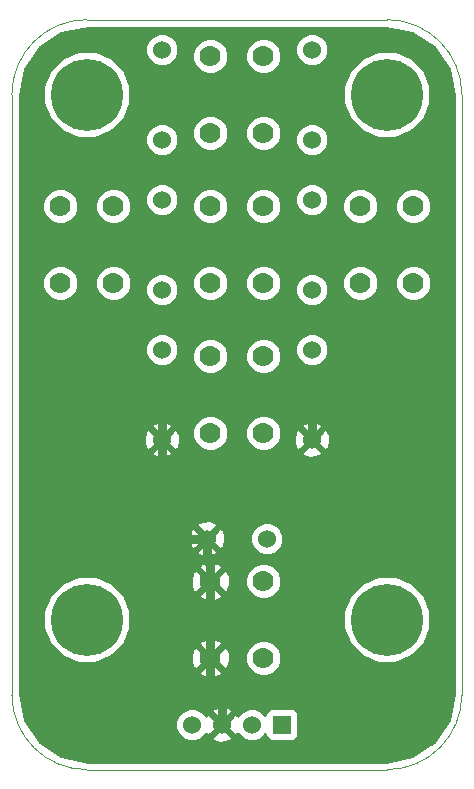
<source format=gbl>
%FSLAX34Y34*%
G04 Gerber Fmt 3.4, Leading zero omitted, Abs format*
G04 (created by PCBNEW (2013-jul-14)-product) date Saturday 22 February 2014 12:24:09 PM IST*
%MOIN*%
G01*
G70*
G90*
G04 APERTURE LIST*
%ADD10C,0.005906*%
%ADD11C,0.003937*%
%ADD12C,0.070000*%
%ADD13C,0.060000*%
%ADD14R,0.060000X0.060000*%
%ADD15C,0.240000*%
%ADD16C,0.030000*%
%ADD17C,0.010000*%
G04 APERTURE END LIST*
G54D10*
G54D11*
X85000Y-47500D02*
G75*
G03X87500Y-45000I0J2500D01*
G74*
G01*
X72500Y-45000D02*
G75*
G03X75000Y-47500I2500J0D01*
G74*
G01*
X87500Y-25000D02*
G75*
G03X85000Y-22500I-2500J0D01*
G74*
G01*
X75000Y-22500D02*
G75*
G03X72500Y-25000I0J-2500D01*
G74*
G01*
X80000Y-47500D02*
X85000Y-47500D01*
X80000Y-47500D02*
X75000Y-47500D01*
X72500Y-45000D02*
X72500Y-25000D01*
X87500Y-25000D02*
X87500Y-45000D01*
X80000Y-22500D02*
X85000Y-22500D01*
X80000Y-22500D02*
X75000Y-22500D01*
G54D12*
X79114Y-23720D03*
X80885Y-26279D03*
X80885Y-23720D03*
X79114Y-26279D03*
X80885Y-36279D03*
X79114Y-33720D03*
X79114Y-36279D03*
X80885Y-33720D03*
X79114Y-28720D03*
X80885Y-31279D03*
X80885Y-28720D03*
X79114Y-31279D03*
X75885Y-31279D03*
X74114Y-28720D03*
X74114Y-31279D03*
X75885Y-28720D03*
X84114Y-28720D03*
X85885Y-31279D03*
X85885Y-28720D03*
X84114Y-31279D03*
X79114Y-41220D03*
X80885Y-43779D03*
X80885Y-41220D03*
X79114Y-43779D03*
G54D13*
X82500Y-36500D03*
X82500Y-33500D03*
X82500Y-28500D03*
X82500Y-31500D03*
X77500Y-31500D03*
X77500Y-28500D03*
X77500Y-26500D03*
X77500Y-23500D03*
X82500Y-23500D03*
X82500Y-26500D03*
X77500Y-36500D03*
X77500Y-33500D03*
G54D14*
X81500Y-46000D03*
G54D13*
X80500Y-46000D03*
X79500Y-46000D03*
X78500Y-46000D03*
X81000Y-39800D03*
X79000Y-39800D03*
G54D15*
X75000Y-25000D03*
X85000Y-25000D03*
X85000Y-42500D03*
X75000Y-42500D03*
G54D16*
X79000Y-39800D02*
X78100Y-39800D01*
X77500Y-39200D02*
X77500Y-36500D01*
X78100Y-39800D02*
X77500Y-39200D01*
X79114Y-41220D02*
X79114Y-40664D01*
X79000Y-40550D02*
X79000Y-39800D01*
X79114Y-40664D02*
X79000Y-40550D01*
X79114Y-43779D02*
X79114Y-41220D01*
X82500Y-36500D02*
X82500Y-35900D01*
X82500Y-35900D02*
X81950Y-35350D01*
X81950Y-35350D02*
X77950Y-35350D01*
X77950Y-35350D02*
X77500Y-35800D01*
X77500Y-35800D02*
X77500Y-36500D01*
X79500Y-46000D02*
X79500Y-44900D01*
X79114Y-44514D02*
X79114Y-43779D01*
X79500Y-44900D02*
X79114Y-44514D01*
G54D10*
G36*
X87230Y-44973D02*
X87055Y-45851D01*
X86573Y-46573D01*
X86485Y-46631D01*
X86485Y-31160D01*
X86485Y-28601D01*
X86450Y-28515D01*
X86450Y-24712D01*
X86229Y-24179D01*
X85822Y-23771D01*
X85289Y-23550D01*
X84712Y-23549D01*
X84179Y-23770D01*
X83771Y-24177D01*
X83550Y-24710D01*
X83549Y-25287D01*
X83770Y-25820D01*
X84177Y-26228D01*
X84710Y-26449D01*
X85287Y-26450D01*
X85820Y-26229D01*
X86228Y-25822D01*
X86449Y-25289D01*
X86450Y-24712D01*
X86450Y-28515D01*
X86394Y-28381D01*
X86226Y-28212D01*
X86005Y-28120D01*
X85767Y-28120D01*
X85546Y-28211D01*
X85377Y-28380D01*
X85285Y-28600D01*
X85285Y-28839D01*
X85376Y-29059D01*
X85545Y-29228D01*
X85765Y-29320D01*
X86004Y-29320D01*
X86225Y-29229D01*
X86394Y-29060D01*
X86485Y-28840D01*
X86485Y-28601D01*
X86485Y-31160D01*
X86394Y-30940D01*
X86226Y-30771D01*
X86005Y-30679D01*
X85767Y-30679D01*
X85546Y-30770D01*
X85377Y-30939D01*
X85285Y-31159D01*
X85285Y-31398D01*
X85376Y-31618D01*
X85545Y-31787D01*
X85765Y-31879D01*
X86004Y-31879D01*
X86225Y-31788D01*
X86394Y-31619D01*
X86485Y-31399D01*
X86485Y-31160D01*
X86485Y-46631D01*
X86450Y-46655D01*
X86450Y-42212D01*
X86229Y-41679D01*
X85822Y-41271D01*
X85289Y-41050D01*
X84714Y-41049D01*
X84714Y-31160D01*
X84714Y-28601D01*
X84623Y-28381D01*
X84454Y-28212D01*
X84234Y-28120D01*
X83995Y-28120D01*
X83774Y-28211D01*
X83605Y-28380D01*
X83514Y-28600D01*
X83514Y-28839D01*
X83605Y-29059D01*
X83773Y-29228D01*
X83994Y-29320D01*
X84232Y-29320D01*
X84453Y-29229D01*
X84622Y-29060D01*
X84714Y-28840D01*
X84714Y-28601D01*
X84714Y-31160D01*
X84623Y-30940D01*
X84454Y-30771D01*
X84234Y-30679D01*
X83995Y-30679D01*
X83774Y-30770D01*
X83605Y-30939D01*
X83514Y-31159D01*
X83514Y-31398D01*
X83605Y-31618D01*
X83773Y-31787D01*
X83994Y-31879D01*
X84232Y-31879D01*
X84453Y-31788D01*
X84622Y-31619D01*
X84714Y-31399D01*
X84714Y-31160D01*
X84714Y-41049D01*
X84712Y-41049D01*
X84179Y-41270D01*
X83771Y-41677D01*
X83550Y-42210D01*
X83549Y-42787D01*
X83770Y-43320D01*
X84177Y-43728D01*
X84710Y-43949D01*
X85287Y-43950D01*
X85820Y-43729D01*
X86228Y-43322D01*
X86449Y-42789D01*
X86450Y-42212D01*
X86450Y-46655D01*
X85851Y-47055D01*
X84973Y-47230D01*
X83105Y-47230D01*
X83105Y-36588D01*
X83093Y-36350D01*
X83050Y-36246D01*
X83050Y-33391D01*
X83050Y-31391D01*
X83050Y-28391D01*
X83050Y-26391D01*
X83050Y-23391D01*
X82966Y-23188D01*
X82811Y-23034D01*
X82609Y-22950D01*
X82391Y-22949D01*
X82188Y-23033D01*
X82034Y-23188D01*
X81950Y-23390D01*
X81949Y-23608D01*
X82033Y-23811D01*
X82188Y-23965D01*
X82390Y-24049D01*
X82608Y-24050D01*
X82811Y-23966D01*
X82965Y-23811D01*
X83049Y-23609D01*
X83050Y-23391D01*
X83050Y-26391D01*
X82966Y-26188D01*
X82811Y-26034D01*
X82609Y-25950D01*
X82391Y-25949D01*
X82188Y-26033D01*
X82034Y-26188D01*
X81950Y-26390D01*
X81949Y-26608D01*
X82033Y-26811D01*
X82188Y-26965D01*
X82390Y-27049D01*
X82608Y-27050D01*
X82811Y-26966D01*
X82965Y-26811D01*
X83049Y-26609D01*
X83050Y-26391D01*
X83050Y-28391D01*
X82966Y-28188D01*
X82811Y-28034D01*
X82609Y-27950D01*
X82391Y-27949D01*
X82188Y-28033D01*
X82034Y-28188D01*
X81950Y-28390D01*
X81949Y-28608D01*
X82033Y-28811D01*
X82188Y-28965D01*
X82390Y-29049D01*
X82608Y-29050D01*
X82811Y-28966D01*
X82965Y-28811D01*
X83049Y-28609D01*
X83050Y-28391D01*
X83050Y-31391D01*
X82966Y-31188D01*
X82811Y-31034D01*
X82609Y-30950D01*
X82391Y-30949D01*
X82188Y-31033D01*
X82034Y-31188D01*
X81950Y-31390D01*
X81949Y-31608D01*
X82033Y-31811D01*
X82188Y-31965D01*
X82390Y-32049D01*
X82608Y-32050D01*
X82811Y-31966D01*
X82965Y-31811D01*
X83049Y-31609D01*
X83050Y-31391D01*
X83050Y-33391D01*
X82966Y-33188D01*
X82811Y-33034D01*
X82609Y-32950D01*
X82391Y-32949D01*
X82188Y-33033D01*
X82034Y-33188D01*
X81950Y-33390D01*
X81949Y-33608D01*
X82033Y-33811D01*
X82188Y-33965D01*
X82390Y-34049D01*
X82608Y-34050D01*
X82811Y-33966D01*
X82965Y-33811D01*
X83049Y-33609D01*
X83050Y-33391D01*
X83050Y-36246D01*
X83025Y-36186D01*
X82916Y-36161D01*
X82838Y-36239D01*
X82838Y-36083D01*
X82813Y-35974D01*
X82588Y-35894D01*
X82350Y-35906D01*
X82186Y-35974D01*
X82161Y-36083D01*
X82500Y-36422D01*
X82838Y-36083D01*
X82838Y-36239D01*
X82577Y-36500D01*
X82916Y-36838D01*
X83025Y-36813D01*
X83105Y-36588D01*
X83105Y-47230D01*
X82838Y-47230D01*
X82838Y-36916D01*
X82500Y-36577D01*
X82422Y-36655D01*
X82422Y-36500D01*
X82083Y-36161D01*
X81974Y-36186D01*
X81894Y-36411D01*
X81906Y-36649D01*
X81974Y-36813D01*
X82083Y-36838D01*
X82422Y-36500D01*
X82422Y-36655D01*
X82161Y-36916D01*
X82186Y-37025D01*
X82411Y-37105D01*
X82649Y-37093D01*
X82813Y-37025D01*
X82838Y-36916D01*
X82838Y-47230D01*
X82050Y-47230D01*
X82050Y-46349D01*
X82050Y-46250D01*
X82050Y-45650D01*
X82011Y-45558D01*
X81941Y-45488D01*
X81849Y-45450D01*
X81750Y-45450D01*
X81550Y-45450D01*
X81550Y-39691D01*
X81485Y-39535D01*
X81485Y-36160D01*
X81485Y-33601D01*
X81485Y-31160D01*
X81485Y-28601D01*
X81485Y-26160D01*
X81485Y-23601D01*
X81394Y-23381D01*
X81226Y-23212D01*
X81005Y-23120D01*
X80767Y-23120D01*
X80546Y-23211D01*
X80377Y-23380D01*
X80285Y-23600D01*
X80285Y-23839D01*
X80376Y-24059D01*
X80545Y-24228D01*
X80765Y-24320D01*
X81004Y-24320D01*
X81225Y-24229D01*
X81394Y-24060D01*
X81485Y-23840D01*
X81485Y-23601D01*
X81485Y-26160D01*
X81394Y-25940D01*
X81226Y-25771D01*
X81005Y-25679D01*
X80767Y-25679D01*
X80546Y-25770D01*
X80377Y-25939D01*
X80285Y-26159D01*
X80285Y-26398D01*
X80376Y-26618D01*
X80545Y-26787D01*
X80765Y-26879D01*
X81004Y-26879D01*
X81225Y-26788D01*
X81394Y-26619D01*
X81485Y-26399D01*
X81485Y-26160D01*
X81485Y-28601D01*
X81394Y-28381D01*
X81226Y-28212D01*
X81005Y-28120D01*
X80767Y-28120D01*
X80546Y-28211D01*
X80377Y-28380D01*
X80285Y-28600D01*
X80285Y-28839D01*
X80376Y-29059D01*
X80545Y-29228D01*
X80765Y-29320D01*
X81004Y-29320D01*
X81225Y-29229D01*
X81394Y-29060D01*
X81485Y-28840D01*
X81485Y-28601D01*
X81485Y-31160D01*
X81394Y-30940D01*
X81226Y-30771D01*
X81005Y-30679D01*
X80767Y-30679D01*
X80546Y-30770D01*
X80377Y-30939D01*
X80285Y-31159D01*
X80285Y-31398D01*
X80376Y-31618D01*
X80545Y-31787D01*
X80765Y-31879D01*
X81004Y-31879D01*
X81225Y-31788D01*
X81394Y-31619D01*
X81485Y-31399D01*
X81485Y-31160D01*
X81485Y-33601D01*
X81394Y-33381D01*
X81226Y-33212D01*
X81005Y-33120D01*
X80767Y-33120D01*
X80546Y-33211D01*
X80377Y-33380D01*
X80285Y-33600D01*
X80285Y-33839D01*
X80376Y-34059D01*
X80545Y-34228D01*
X80765Y-34320D01*
X81004Y-34320D01*
X81225Y-34229D01*
X81394Y-34060D01*
X81485Y-33840D01*
X81485Y-33601D01*
X81485Y-36160D01*
X81394Y-35940D01*
X81226Y-35771D01*
X81005Y-35679D01*
X80767Y-35679D01*
X80546Y-35770D01*
X80377Y-35939D01*
X80285Y-36159D01*
X80285Y-36398D01*
X80376Y-36618D01*
X80545Y-36787D01*
X80765Y-36879D01*
X81004Y-36879D01*
X81225Y-36788D01*
X81394Y-36619D01*
X81485Y-36399D01*
X81485Y-36160D01*
X81485Y-39535D01*
X81466Y-39488D01*
X81311Y-39334D01*
X81109Y-39250D01*
X80891Y-39249D01*
X80688Y-39333D01*
X80534Y-39488D01*
X80450Y-39690D01*
X80449Y-39908D01*
X80533Y-40111D01*
X80688Y-40265D01*
X80890Y-40349D01*
X81108Y-40350D01*
X81311Y-40266D01*
X81465Y-40111D01*
X81549Y-39909D01*
X81550Y-39691D01*
X81550Y-45450D01*
X81485Y-45450D01*
X81485Y-43660D01*
X81485Y-41101D01*
X81394Y-40881D01*
X81226Y-40712D01*
X81005Y-40620D01*
X80767Y-40620D01*
X80546Y-40711D01*
X80377Y-40880D01*
X80285Y-41100D01*
X80285Y-41339D01*
X80376Y-41559D01*
X80545Y-41728D01*
X80765Y-41820D01*
X81004Y-41820D01*
X81225Y-41729D01*
X81394Y-41560D01*
X81485Y-41340D01*
X81485Y-41101D01*
X81485Y-43660D01*
X81394Y-43440D01*
X81226Y-43271D01*
X81005Y-43179D01*
X80767Y-43179D01*
X80546Y-43270D01*
X80377Y-43439D01*
X80285Y-43659D01*
X80285Y-43898D01*
X80376Y-44118D01*
X80545Y-44287D01*
X80765Y-44379D01*
X81004Y-44379D01*
X81225Y-44288D01*
X81394Y-44119D01*
X81485Y-43899D01*
X81485Y-43660D01*
X81485Y-45450D01*
X81150Y-45450D01*
X81058Y-45488D01*
X80988Y-45558D01*
X80950Y-45650D01*
X80950Y-45672D01*
X80811Y-45534D01*
X80609Y-45450D01*
X80391Y-45449D01*
X80188Y-45533D01*
X80034Y-45688D01*
X80029Y-45697D01*
X80025Y-45686D01*
X79916Y-45661D01*
X79838Y-45739D01*
X79838Y-45583D01*
X79813Y-45474D01*
X79769Y-45458D01*
X79769Y-43880D01*
X79769Y-41321D01*
X79757Y-41062D01*
X79714Y-40957D01*
X79714Y-36160D01*
X79714Y-33601D01*
X79714Y-31160D01*
X79714Y-28601D01*
X79714Y-26160D01*
X79714Y-23601D01*
X79623Y-23381D01*
X79454Y-23212D01*
X79234Y-23120D01*
X78995Y-23120D01*
X78774Y-23211D01*
X78605Y-23380D01*
X78514Y-23600D01*
X78514Y-23839D01*
X78605Y-24059D01*
X78773Y-24228D01*
X78994Y-24320D01*
X79232Y-24320D01*
X79453Y-24229D01*
X79622Y-24060D01*
X79714Y-23840D01*
X79714Y-23601D01*
X79714Y-26160D01*
X79623Y-25940D01*
X79454Y-25771D01*
X79234Y-25679D01*
X78995Y-25679D01*
X78774Y-25770D01*
X78605Y-25939D01*
X78514Y-26159D01*
X78514Y-26398D01*
X78605Y-26618D01*
X78773Y-26787D01*
X78994Y-26879D01*
X79232Y-26879D01*
X79453Y-26788D01*
X79622Y-26619D01*
X79714Y-26399D01*
X79714Y-26160D01*
X79714Y-28601D01*
X79623Y-28381D01*
X79454Y-28212D01*
X79234Y-28120D01*
X78995Y-28120D01*
X78774Y-28211D01*
X78605Y-28380D01*
X78514Y-28600D01*
X78514Y-28839D01*
X78605Y-29059D01*
X78773Y-29228D01*
X78994Y-29320D01*
X79232Y-29320D01*
X79453Y-29229D01*
X79622Y-29060D01*
X79714Y-28840D01*
X79714Y-28601D01*
X79714Y-31160D01*
X79623Y-30940D01*
X79454Y-30771D01*
X79234Y-30679D01*
X78995Y-30679D01*
X78774Y-30770D01*
X78605Y-30939D01*
X78514Y-31159D01*
X78514Y-31398D01*
X78605Y-31618D01*
X78773Y-31787D01*
X78994Y-31879D01*
X79232Y-31879D01*
X79453Y-31788D01*
X79622Y-31619D01*
X79714Y-31399D01*
X79714Y-31160D01*
X79714Y-33601D01*
X79623Y-33381D01*
X79454Y-33212D01*
X79234Y-33120D01*
X78995Y-33120D01*
X78774Y-33211D01*
X78605Y-33380D01*
X78514Y-33600D01*
X78514Y-33839D01*
X78605Y-34059D01*
X78773Y-34228D01*
X78994Y-34320D01*
X79232Y-34320D01*
X79453Y-34229D01*
X79622Y-34060D01*
X79714Y-33840D01*
X79714Y-33601D01*
X79714Y-36160D01*
X79623Y-35940D01*
X79454Y-35771D01*
X79234Y-35679D01*
X78995Y-35679D01*
X78774Y-35770D01*
X78605Y-35939D01*
X78514Y-36159D01*
X78514Y-36398D01*
X78605Y-36618D01*
X78773Y-36787D01*
X78994Y-36879D01*
X79232Y-36879D01*
X79453Y-36788D01*
X79622Y-36619D01*
X79714Y-36399D01*
X79714Y-36160D01*
X79714Y-40957D01*
X79680Y-40876D01*
X79605Y-40856D01*
X79605Y-39888D01*
X79593Y-39650D01*
X79525Y-39486D01*
X79416Y-39461D01*
X79338Y-39539D01*
X79338Y-39383D01*
X79313Y-39274D01*
X79088Y-39194D01*
X78850Y-39206D01*
X78686Y-39274D01*
X78661Y-39383D01*
X79000Y-39722D01*
X79338Y-39383D01*
X79338Y-39539D01*
X79077Y-39800D01*
X79416Y-40138D01*
X79525Y-40113D01*
X79605Y-39888D01*
X79605Y-40856D01*
X79566Y-40845D01*
X79489Y-40923D01*
X79489Y-40767D01*
X79457Y-40653D01*
X79338Y-40610D01*
X79338Y-40216D01*
X79000Y-39877D01*
X78922Y-39955D01*
X78922Y-39800D01*
X78583Y-39461D01*
X78474Y-39486D01*
X78394Y-39711D01*
X78406Y-39949D01*
X78474Y-40113D01*
X78583Y-40138D01*
X78922Y-39800D01*
X78922Y-39955D01*
X78661Y-40216D01*
X78686Y-40325D01*
X78911Y-40405D01*
X79149Y-40393D01*
X79313Y-40325D01*
X79338Y-40216D01*
X79338Y-40610D01*
X79214Y-40565D01*
X78956Y-40576D01*
X78770Y-40653D01*
X78739Y-40767D01*
X79114Y-41142D01*
X79489Y-40767D01*
X79489Y-40923D01*
X79191Y-41220D01*
X79566Y-41595D01*
X79680Y-41564D01*
X79769Y-41321D01*
X79769Y-43880D01*
X79757Y-43621D01*
X79680Y-43435D01*
X79566Y-43404D01*
X79489Y-43482D01*
X79489Y-43326D01*
X79489Y-41673D01*
X79114Y-41298D01*
X79036Y-41376D01*
X79036Y-41220D01*
X78661Y-40845D01*
X78547Y-40876D01*
X78459Y-41119D01*
X78470Y-41378D01*
X78547Y-41564D01*
X78661Y-41595D01*
X79036Y-41220D01*
X79036Y-41376D01*
X78739Y-41673D01*
X78770Y-41787D01*
X79013Y-41875D01*
X79271Y-41864D01*
X79457Y-41787D01*
X79489Y-41673D01*
X79489Y-43326D01*
X79457Y-43212D01*
X79214Y-43124D01*
X78956Y-43135D01*
X78770Y-43212D01*
X78739Y-43326D01*
X79114Y-43701D01*
X79489Y-43326D01*
X79489Y-43482D01*
X79191Y-43779D01*
X79566Y-44154D01*
X79680Y-44123D01*
X79769Y-43880D01*
X79769Y-45458D01*
X79588Y-45394D01*
X79489Y-45399D01*
X79489Y-44232D01*
X79114Y-43857D01*
X79036Y-43935D01*
X79036Y-43779D01*
X78661Y-43404D01*
X78547Y-43435D01*
X78459Y-43678D01*
X78470Y-43937D01*
X78547Y-44123D01*
X78661Y-44154D01*
X79036Y-43779D01*
X79036Y-43935D01*
X78739Y-44232D01*
X78770Y-44346D01*
X79013Y-44434D01*
X79271Y-44423D01*
X79457Y-44346D01*
X79489Y-44232D01*
X79489Y-45399D01*
X79350Y-45406D01*
X79186Y-45474D01*
X79161Y-45583D01*
X79500Y-45922D01*
X79838Y-45583D01*
X79838Y-45739D01*
X79577Y-46000D01*
X79916Y-46338D01*
X80025Y-46313D01*
X80029Y-46301D01*
X80033Y-46311D01*
X80188Y-46465D01*
X80390Y-46549D01*
X80608Y-46550D01*
X80811Y-46466D01*
X80950Y-46327D01*
X80950Y-46349D01*
X80988Y-46441D01*
X81058Y-46511D01*
X81150Y-46550D01*
X81249Y-46550D01*
X81849Y-46550D01*
X81941Y-46511D01*
X82011Y-46441D01*
X82050Y-46349D01*
X82050Y-47230D01*
X80000Y-47230D01*
X79838Y-47230D01*
X79838Y-46416D01*
X79500Y-46077D01*
X79422Y-46155D01*
X79422Y-46000D01*
X79083Y-45661D01*
X78974Y-45686D01*
X78970Y-45698D01*
X78966Y-45688D01*
X78811Y-45534D01*
X78609Y-45450D01*
X78391Y-45449D01*
X78188Y-45533D01*
X78105Y-45616D01*
X78105Y-36588D01*
X78093Y-36350D01*
X78050Y-36246D01*
X78050Y-33391D01*
X78050Y-31391D01*
X78050Y-28391D01*
X78050Y-26391D01*
X78050Y-23391D01*
X77966Y-23188D01*
X77811Y-23034D01*
X77609Y-22950D01*
X77391Y-22949D01*
X77188Y-23033D01*
X77034Y-23188D01*
X76950Y-23390D01*
X76949Y-23608D01*
X77033Y-23811D01*
X77188Y-23965D01*
X77390Y-24049D01*
X77608Y-24050D01*
X77811Y-23966D01*
X77965Y-23811D01*
X78049Y-23609D01*
X78050Y-23391D01*
X78050Y-26391D01*
X77966Y-26188D01*
X77811Y-26034D01*
X77609Y-25950D01*
X77391Y-25949D01*
X77188Y-26033D01*
X77034Y-26188D01*
X76950Y-26390D01*
X76949Y-26608D01*
X77033Y-26811D01*
X77188Y-26965D01*
X77390Y-27049D01*
X77608Y-27050D01*
X77811Y-26966D01*
X77965Y-26811D01*
X78049Y-26609D01*
X78050Y-26391D01*
X78050Y-28391D01*
X77966Y-28188D01*
X77811Y-28034D01*
X77609Y-27950D01*
X77391Y-27949D01*
X77188Y-28033D01*
X77034Y-28188D01*
X76950Y-28390D01*
X76949Y-28608D01*
X77033Y-28811D01*
X77188Y-28965D01*
X77390Y-29049D01*
X77608Y-29050D01*
X77811Y-28966D01*
X77965Y-28811D01*
X78049Y-28609D01*
X78050Y-28391D01*
X78050Y-31391D01*
X77966Y-31188D01*
X77811Y-31034D01*
X77609Y-30950D01*
X77391Y-30949D01*
X77188Y-31033D01*
X77034Y-31188D01*
X76950Y-31390D01*
X76949Y-31608D01*
X77033Y-31811D01*
X77188Y-31965D01*
X77390Y-32049D01*
X77608Y-32050D01*
X77811Y-31966D01*
X77965Y-31811D01*
X78049Y-31609D01*
X78050Y-31391D01*
X78050Y-33391D01*
X77966Y-33188D01*
X77811Y-33034D01*
X77609Y-32950D01*
X77391Y-32949D01*
X77188Y-33033D01*
X77034Y-33188D01*
X76950Y-33390D01*
X76949Y-33608D01*
X77033Y-33811D01*
X77188Y-33965D01*
X77390Y-34049D01*
X77608Y-34050D01*
X77811Y-33966D01*
X77965Y-33811D01*
X78049Y-33609D01*
X78050Y-33391D01*
X78050Y-36246D01*
X78025Y-36186D01*
X77916Y-36161D01*
X77838Y-36239D01*
X77838Y-36083D01*
X77813Y-35974D01*
X77588Y-35894D01*
X77350Y-35906D01*
X77186Y-35974D01*
X77161Y-36083D01*
X77500Y-36422D01*
X77838Y-36083D01*
X77838Y-36239D01*
X77577Y-36500D01*
X77916Y-36838D01*
X78025Y-36813D01*
X78105Y-36588D01*
X78105Y-45616D01*
X78034Y-45688D01*
X77950Y-45890D01*
X77949Y-46108D01*
X78033Y-46311D01*
X78188Y-46465D01*
X78390Y-46549D01*
X78608Y-46550D01*
X78811Y-46466D01*
X78965Y-46311D01*
X78970Y-46302D01*
X78974Y-46313D01*
X79083Y-46338D01*
X79422Y-46000D01*
X79422Y-46155D01*
X79161Y-46416D01*
X79186Y-46525D01*
X79411Y-46605D01*
X79649Y-46593D01*
X79813Y-46525D01*
X79838Y-46416D01*
X79838Y-47230D01*
X77838Y-47230D01*
X77838Y-36916D01*
X77500Y-36577D01*
X77422Y-36655D01*
X77422Y-36500D01*
X77083Y-36161D01*
X76974Y-36186D01*
X76894Y-36411D01*
X76906Y-36649D01*
X76974Y-36813D01*
X77083Y-36838D01*
X77422Y-36500D01*
X77422Y-36655D01*
X77161Y-36916D01*
X77186Y-37025D01*
X77411Y-37105D01*
X77649Y-37093D01*
X77813Y-37025D01*
X77838Y-36916D01*
X77838Y-47230D01*
X76485Y-47230D01*
X76485Y-31160D01*
X76485Y-28601D01*
X76450Y-28515D01*
X76450Y-24712D01*
X76229Y-24179D01*
X75822Y-23771D01*
X75289Y-23550D01*
X74712Y-23549D01*
X74179Y-23770D01*
X73771Y-24177D01*
X73550Y-24710D01*
X73549Y-25287D01*
X73770Y-25820D01*
X74177Y-26228D01*
X74710Y-26449D01*
X75287Y-26450D01*
X75820Y-26229D01*
X76228Y-25822D01*
X76449Y-25289D01*
X76450Y-24712D01*
X76450Y-28515D01*
X76394Y-28381D01*
X76226Y-28212D01*
X76005Y-28120D01*
X75767Y-28120D01*
X75546Y-28211D01*
X75377Y-28380D01*
X75285Y-28600D01*
X75285Y-28839D01*
X75376Y-29059D01*
X75545Y-29228D01*
X75765Y-29320D01*
X76004Y-29320D01*
X76225Y-29229D01*
X76394Y-29060D01*
X76485Y-28840D01*
X76485Y-28601D01*
X76485Y-31160D01*
X76394Y-30940D01*
X76226Y-30771D01*
X76005Y-30679D01*
X75767Y-30679D01*
X75546Y-30770D01*
X75377Y-30939D01*
X75285Y-31159D01*
X75285Y-31398D01*
X75376Y-31618D01*
X75545Y-31787D01*
X75765Y-31879D01*
X76004Y-31879D01*
X76225Y-31788D01*
X76394Y-31619D01*
X76485Y-31399D01*
X76485Y-31160D01*
X76485Y-47230D01*
X76450Y-47230D01*
X76450Y-42212D01*
X76229Y-41679D01*
X75822Y-41271D01*
X75289Y-41050D01*
X74714Y-41049D01*
X74714Y-31160D01*
X74714Y-28601D01*
X74623Y-28381D01*
X74454Y-28212D01*
X74234Y-28120D01*
X73995Y-28120D01*
X73774Y-28211D01*
X73605Y-28380D01*
X73514Y-28600D01*
X73514Y-28839D01*
X73605Y-29059D01*
X73773Y-29228D01*
X73994Y-29320D01*
X74232Y-29320D01*
X74453Y-29229D01*
X74622Y-29060D01*
X74714Y-28840D01*
X74714Y-28601D01*
X74714Y-31160D01*
X74623Y-30940D01*
X74454Y-30771D01*
X74234Y-30679D01*
X73995Y-30679D01*
X73774Y-30770D01*
X73605Y-30939D01*
X73514Y-31159D01*
X73514Y-31398D01*
X73605Y-31618D01*
X73773Y-31787D01*
X73994Y-31879D01*
X74232Y-31879D01*
X74453Y-31788D01*
X74622Y-31619D01*
X74714Y-31399D01*
X74714Y-31160D01*
X74714Y-41049D01*
X74712Y-41049D01*
X74179Y-41270D01*
X73771Y-41677D01*
X73550Y-42210D01*
X73549Y-42787D01*
X73770Y-43320D01*
X74177Y-43728D01*
X74710Y-43949D01*
X75287Y-43950D01*
X75820Y-43729D01*
X76228Y-43322D01*
X76449Y-42789D01*
X76450Y-42212D01*
X76450Y-47230D01*
X75026Y-47230D01*
X74148Y-47055D01*
X73426Y-46573D01*
X72944Y-45851D01*
X72769Y-44973D01*
X72769Y-25026D01*
X72944Y-24148D01*
X73426Y-23426D01*
X74148Y-22944D01*
X75026Y-22769D01*
X80000Y-22769D01*
X84973Y-22769D01*
X85851Y-22944D01*
X86573Y-23426D01*
X87055Y-24148D01*
X87230Y-25026D01*
X87230Y-44973D01*
X87230Y-44973D01*
G37*
G54D17*
X87230Y-44973D02*
X87055Y-45851D01*
X86573Y-46573D01*
X86485Y-46631D01*
X86485Y-31160D01*
X86485Y-28601D01*
X86450Y-28515D01*
X86450Y-24712D01*
X86229Y-24179D01*
X85822Y-23771D01*
X85289Y-23550D01*
X84712Y-23549D01*
X84179Y-23770D01*
X83771Y-24177D01*
X83550Y-24710D01*
X83549Y-25287D01*
X83770Y-25820D01*
X84177Y-26228D01*
X84710Y-26449D01*
X85287Y-26450D01*
X85820Y-26229D01*
X86228Y-25822D01*
X86449Y-25289D01*
X86450Y-24712D01*
X86450Y-28515D01*
X86394Y-28381D01*
X86226Y-28212D01*
X86005Y-28120D01*
X85767Y-28120D01*
X85546Y-28211D01*
X85377Y-28380D01*
X85285Y-28600D01*
X85285Y-28839D01*
X85376Y-29059D01*
X85545Y-29228D01*
X85765Y-29320D01*
X86004Y-29320D01*
X86225Y-29229D01*
X86394Y-29060D01*
X86485Y-28840D01*
X86485Y-28601D01*
X86485Y-31160D01*
X86394Y-30940D01*
X86226Y-30771D01*
X86005Y-30679D01*
X85767Y-30679D01*
X85546Y-30770D01*
X85377Y-30939D01*
X85285Y-31159D01*
X85285Y-31398D01*
X85376Y-31618D01*
X85545Y-31787D01*
X85765Y-31879D01*
X86004Y-31879D01*
X86225Y-31788D01*
X86394Y-31619D01*
X86485Y-31399D01*
X86485Y-31160D01*
X86485Y-46631D01*
X86450Y-46655D01*
X86450Y-42212D01*
X86229Y-41679D01*
X85822Y-41271D01*
X85289Y-41050D01*
X84714Y-41049D01*
X84714Y-31160D01*
X84714Y-28601D01*
X84623Y-28381D01*
X84454Y-28212D01*
X84234Y-28120D01*
X83995Y-28120D01*
X83774Y-28211D01*
X83605Y-28380D01*
X83514Y-28600D01*
X83514Y-28839D01*
X83605Y-29059D01*
X83773Y-29228D01*
X83994Y-29320D01*
X84232Y-29320D01*
X84453Y-29229D01*
X84622Y-29060D01*
X84714Y-28840D01*
X84714Y-28601D01*
X84714Y-31160D01*
X84623Y-30940D01*
X84454Y-30771D01*
X84234Y-30679D01*
X83995Y-30679D01*
X83774Y-30770D01*
X83605Y-30939D01*
X83514Y-31159D01*
X83514Y-31398D01*
X83605Y-31618D01*
X83773Y-31787D01*
X83994Y-31879D01*
X84232Y-31879D01*
X84453Y-31788D01*
X84622Y-31619D01*
X84714Y-31399D01*
X84714Y-31160D01*
X84714Y-41049D01*
X84712Y-41049D01*
X84179Y-41270D01*
X83771Y-41677D01*
X83550Y-42210D01*
X83549Y-42787D01*
X83770Y-43320D01*
X84177Y-43728D01*
X84710Y-43949D01*
X85287Y-43950D01*
X85820Y-43729D01*
X86228Y-43322D01*
X86449Y-42789D01*
X86450Y-42212D01*
X86450Y-46655D01*
X85851Y-47055D01*
X84973Y-47230D01*
X83105Y-47230D01*
X83105Y-36588D01*
X83093Y-36350D01*
X83050Y-36246D01*
X83050Y-33391D01*
X83050Y-31391D01*
X83050Y-28391D01*
X83050Y-26391D01*
X83050Y-23391D01*
X82966Y-23188D01*
X82811Y-23034D01*
X82609Y-22950D01*
X82391Y-22949D01*
X82188Y-23033D01*
X82034Y-23188D01*
X81950Y-23390D01*
X81949Y-23608D01*
X82033Y-23811D01*
X82188Y-23965D01*
X82390Y-24049D01*
X82608Y-24050D01*
X82811Y-23966D01*
X82965Y-23811D01*
X83049Y-23609D01*
X83050Y-23391D01*
X83050Y-26391D01*
X82966Y-26188D01*
X82811Y-26034D01*
X82609Y-25950D01*
X82391Y-25949D01*
X82188Y-26033D01*
X82034Y-26188D01*
X81950Y-26390D01*
X81949Y-26608D01*
X82033Y-26811D01*
X82188Y-26965D01*
X82390Y-27049D01*
X82608Y-27050D01*
X82811Y-26966D01*
X82965Y-26811D01*
X83049Y-26609D01*
X83050Y-26391D01*
X83050Y-28391D01*
X82966Y-28188D01*
X82811Y-28034D01*
X82609Y-27950D01*
X82391Y-27949D01*
X82188Y-28033D01*
X82034Y-28188D01*
X81950Y-28390D01*
X81949Y-28608D01*
X82033Y-28811D01*
X82188Y-28965D01*
X82390Y-29049D01*
X82608Y-29050D01*
X82811Y-28966D01*
X82965Y-28811D01*
X83049Y-28609D01*
X83050Y-28391D01*
X83050Y-31391D01*
X82966Y-31188D01*
X82811Y-31034D01*
X82609Y-30950D01*
X82391Y-30949D01*
X82188Y-31033D01*
X82034Y-31188D01*
X81950Y-31390D01*
X81949Y-31608D01*
X82033Y-31811D01*
X82188Y-31965D01*
X82390Y-32049D01*
X82608Y-32050D01*
X82811Y-31966D01*
X82965Y-31811D01*
X83049Y-31609D01*
X83050Y-31391D01*
X83050Y-33391D01*
X82966Y-33188D01*
X82811Y-33034D01*
X82609Y-32950D01*
X82391Y-32949D01*
X82188Y-33033D01*
X82034Y-33188D01*
X81950Y-33390D01*
X81949Y-33608D01*
X82033Y-33811D01*
X82188Y-33965D01*
X82390Y-34049D01*
X82608Y-34050D01*
X82811Y-33966D01*
X82965Y-33811D01*
X83049Y-33609D01*
X83050Y-33391D01*
X83050Y-36246D01*
X83025Y-36186D01*
X82916Y-36161D01*
X82838Y-36239D01*
X82838Y-36083D01*
X82813Y-35974D01*
X82588Y-35894D01*
X82350Y-35906D01*
X82186Y-35974D01*
X82161Y-36083D01*
X82500Y-36422D01*
X82838Y-36083D01*
X82838Y-36239D01*
X82577Y-36500D01*
X82916Y-36838D01*
X83025Y-36813D01*
X83105Y-36588D01*
X83105Y-47230D01*
X82838Y-47230D01*
X82838Y-36916D01*
X82500Y-36577D01*
X82422Y-36655D01*
X82422Y-36500D01*
X82083Y-36161D01*
X81974Y-36186D01*
X81894Y-36411D01*
X81906Y-36649D01*
X81974Y-36813D01*
X82083Y-36838D01*
X82422Y-36500D01*
X82422Y-36655D01*
X82161Y-36916D01*
X82186Y-37025D01*
X82411Y-37105D01*
X82649Y-37093D01*
X82813Y-37025D01*
X82838Y-36916D01*
X82838Y-47230D01*
X82050Y-47230D01*
X82050Y-46349D01*
X82050Y-46250D01*
X82050Y-45650D01*
X82011Y-45558D01*
X81941Y-45488D01*
X81849Y-45450D01*
X81750Y-45450D01*
X81550Y-45450D01*
X81550Y-39691D01*
X81485Y-39535D01*
X81485Y-36160D01*
X81485Y-33601D01*
X81485Y-31160D01*
X81485Y-28601D01*
X81485Y-26160D01*
X81485Y-23601D01*
X81394Y-23381D01*
X81226Y-23212D01*
X81005Y-23120D01*
X80767Y-23120D01*
X80546Y-23211D01*
X80377Y-23380D01*
X80285Y-23600D01*
X80285Y-23839D01*
X80376Y-24059D01*
X80545Y-24228D01*
X80765Y-24320D01*
X81004Y-24320D01*
X81225Y-24229D01*
X81394Y-24060D01*
X81485Y-23840D01*
X81485Y-23601D01*
X81485Y-26160D01*
X81394Y-25940D01*
X81226Y-25771D01*
X81005Y-25679D01*
X80767Y-25679D01*
X80546Y-25770D01*
X80377Y-25939D01*
X80285Y-26159D01*
X80285Y-26398D01*
X80376Y-26618D01*
X80545Y-26787D01*
X80765Y-26879D01*
X81004Y-26879D01*
X81225Y-26788D01*
X81394Y-26619D01*
X81485Y-26399D01*
X81485Y-26160D01*
X81485Y-28601D01*
X81394Y-28381D01*
X81226Y-28212D01*
X81005Y-28120D01*
X80767Y-28120D01*
X80546Y-28211D01*
X80377Y-28380D01*
X80285Y-28600D01*
X80285Y-28839D01*
X80376Y-29059D01*
X80545Y-29228D01*
X80765Y-29320D01*
X81004Y-29320D01*
X81225Y-29229D01*
X81394Y-29060D01*
X81485Y-28840D01*
X81485Y-28601D01*
X81485Y-31160D01*
X81394Y-30940D01*
X81226Y-30771D01*
X81005Y-30679D01*
X80767Y-30679D01*
X80546Y-30770D01*
X80377Y-30939D01*
X80285Y-31159D01*
X80285Y-31398D01*
X80376Y-31618D01*
X80545Y-31787D01*
X80765Y-31879D01*
X81004Y-31879D01*
X81225Y-31788D01*
X81394Y-31619D01*
X81485Y-31399D01*
X81485Y-31160D01*
X81485Y-33601D01*
X81394Y-33381D01*
X81226Y-33212D01*
X81005Y-33120D01*
X80767Y-33120D01*
X80546Y-33211D01*
X80377Y-33380D01*
X80285Y-33600D01*
X80285Y-33839D01*
X80376Y-34059D01*
X80545Y-34228D01*
X80765Y-34320D01*
X81004Y-34320D01*
X81225Y-34229D01*
X81394Y-34060D01*
X81485Y-33840D01*
X81485Y-33601D01*
X81485Y-36160D01*
X81394Y-35940D01*
X81226Y-35771D01*
X81005Y-35679D01*
X80767Y-35679D01*
X80546Y-35770D01*
X80377Y-35939D01*
X80285Y-36159D01*
X80285Y-36398D01*
X80376Y-36618D01*
X80545Y-36787D01*
X80765Y-36879D01*
X81004Y-36879D01*
X81225Y-36788D01*
X81394Y-36619D01*
X81485Y-36399D01*
X81485Y-36160D01*
X81485Y-39535D01*
X81466Y-39488D01*
X81311Y-39334D01*
X81109Y-39250D01*
X80891Y-39249D01*
X80688Y-39333D01*
X80534Y-39488D01*
X80450Y-39690D01*
X80449Y-39908D01*
X80533Y-40111D01*
X80688Y-40265D01*
X80890Y-40349D01*
X81108Y-40350D01*
X81311Y-40266D01*
X81465Y-40111D01*
X81549Y-39909D01*
X81550Y-39691D01*
X81550Y-45450D01*
X81485Y-45450D01*
X81485Y-43660D01*
X81485Y-41101D01*
X81394Y-40881D01*
X81226Y-40712D01*
X81005Y-40620D01*
X80767Y-40620D01*
X80546Y-40711D01*
X80377Y-40880D01*
X80285Y-41100D01*
X80285Y-41339D01*
X80376Y-41559D01*
X80545Y-41728D01*
X80765Y-41820D01*
X81004Y-41820D01*
X81225Y-41729D01*
X81394Y-41560D01*
X81485Y-41340D01*
X81485Y-41101D01*
X81485Y-43660D01*
X81394Y-43440D01*
X81226Y-43271D01*
X81005Y-43179D01*
X80767Y-43179D01*
X80546Y-43270D01*
X80377Y-43439D01*
X80285Y-43659D01*
X80285Y-43898D01*
X80376Y-44118D01*
X80545Y-44287D01*
X80765Y-44379D01*
X81004Y-44379D01*
X81225Y-44288D01*
X81394Y-44119D01*
X81485Y-43899D01*
X81485Y-43660D01*
X81485Y-45450D01*
X81150Y-45450D01*
X81058Y-45488D01*
X80988Y-45558D01*
X80950Y-45650D01*
X80950Y-45672D01*
X80811Y-45534D01*
X80609Y-45450D01*
X80391Y-45449D01*
X80188Y-45533D01*
X80034Y-45688D01*
X80029Y-45697D01*
X80025Y-45686D01*
X79916Y-45661D01*
X79838Y-45739D01*
X79838Y-45583D01*
X79813Y-45474D01*
X79769Y-45458D01*
X79769Y-43880D01*
X79769Y-41321D01*
X79757Y-41062D01*
X79714Y-40957D01*
X79714Y-36160D01*
X79714Y-33601D01*
X79714Y-31160D01*
X79714Y-28601D01*
X79714Y-26160D01*
X79714Y-23601D01*
X79623Y-23381D01*
X79454Y-23212D01*
X79234Y-23120D01*
X78995Y-23120D01*
X78774Y-23211D01*
X78605Y-23380D01*
X78514Y-23600D01*
X78514Y-23839D01*
X78605Y-24059D01*
X78773Y-24228D01*
X78994Y-24320D01*
X79232Y-24320D01*
X79453Y-24229D01*
X79622Y-24060D01*
X79714Y-23840D01*
X79714Y-23601D01*
X79714Y-26160D01*
X79623Y-25940D01*
X79454Y-25771D01*
X79234Y-25679D01*
X78995Y-25679D01*
X78774Y-25770D01*
X78605Y-25939D01*
X78514Y-26159D01*
X78514Y-26398D01*
X78605Y-26618D01*
X78773Y-26787D01*
X78994Y-26879D01*
X79232Y-26879D01*
X79453Y-26788D01*
X79622Y-26619D01*
X79714Y-26399D01*
X79714Y-26160D01*
X79714Y-28601D01*
X79623Y-28381D01*
X79454Y-28212D01*
X79234Y-28120D01*
X78995Y-28120D01*
X78774Y-28211D01*
X78605Y-28380D01*
X78514Y-28600D01*
X78514Y-28839D01*
X78605Y-29059D01*
X78773Y-29228D01*
X78994Y-29320D01*
X79232Y-29320D01*
X79453Y-29229D01*
X79622Y-29060D01*
X79714Y-28840D01*
X79714Y-28601D01*
X79714Y-31160D01*
X79623Y-30940D01*
X79454Y-30771D01*
X79234Y-30679D01*
X78995Y-30679D01*
X78774Y-30770D01*
X78605Y-30939D01*
X78514Y-31159D01*
X78514Y-31398D01*
X78605Y-31618D01*
X78773Y-31787D01*
X78994Y-31879D01*
X79232Y-31879D01*
X79453Y-31788D01*
X79622Y-31619D01*
X79714Y-31399D01*
X79714Y-31160D01*
X79714Y-33601D01*
X79623Y-33381D01*
X79454Y-33212D01*
X79234Y-33120D01*
X78995Y-33120D01*
X78774Y-33211D01*
X78605Y-33380D01*
X78514Y-33600D01*
X78514Y-33839D01*
X78605Y-34059D01*
X78773Y-34228D01*
X78994Y-34320D01*
X79232Y-34320D01*
X79453Y-34229D01*
X79622Y-34060D01*
X79714Y-33840D01*
X79714Y-33601D01*
X79714Y-36160D01*
X79623Y-35940D01*
X79454Y-35771D01*
X79234Y-35679D01*
X78995Y-35679D01*
X78774Y-35770D01*
X78605Y-35939D01*
X78514Y-36159D01*
X78514Y-36398D01*
X78605Y-36618D01*
X78773Y-36787D01*
X78994Y-36879D01*
X79232Y-36879D01*
X79453Y-36788D01*
X79622Y-36619D01*
X79714Y-36399D01*
X79714Y-36160D01*
X79714Y-40957D01*
X79680Y-40876D01*
X79605Y-40856D01*
X79605Y-39888D01*
X79593Y-39650D01*
X79525Y-39486D01*
X79416Y-39461D01*
X79338Y-39539D01*
X79338Y-39383D01*
X79313Y-39274D01*
X79088Y-39194D01*
X78850Y-39206D01*
X78686Y-39274D01*
X78661Y-39383D01*
X79000Y-39722D01*
X79338Y-39383D01*
X79338Y-39539D01*
X79077Y-39800D01*
X79416Y-40138D01*
X79525Y-40113D01*
X79605Y-39888D01*
X79605Y-40856D01*
X79566Y-40845D01*
X79489Y-40923D01*
X79489Y-40767D01*
X79457Y-40653D01*
X79338Y-40610D01*
X79338Y-40216D01*
X79000Y-39877D01*
X78922Y-39955D01*
X78922Y-39800D01*
X78583Y-39461D01*
X78474Y-39486D01*
X78394Y-39711D01*
X78406Y-39949D01*
X78474Y-40113D01*
X78583Y-40138D01*
X78922Y-39800D01*
X78922Y-39955D01*
X78661Y-40216D01*
X78686Y-40325D01*
X78911Y-40405D01*
X79149Y-40393D01*
X79313Y-40325D01*
X79338Y-40216D01*
X79338Y-40610D01*
X79214Y-40565D01*
X78956Y-40576D01*
X78770Y-40653D01*
X78739Y-40767D01*
X79114Y-41142D01*
X79489Y-40767D01*
X79489Y-40923D01*
X79191Y-41220D01*
X79566Y-41595D01*
X79680Y-41564D01*
X79769Y-41321D01*
X79769Y-43880D01*
X79757Y-43621D01*
X79680Y-43435D01*
X79566Y-43404D01*
X79489Y-43482D01*
X79489Y-43326D01*
X79489Y-41673D01*
X79114Y-41298D01*
X79036Y-41376D01*
X79036Y-41220D01*
X78661Y-40845D01*
X78547Y-40876D01*
X78459Y-41119D01*
X78470Y-41378D01*
X78547Y-41564D01*
X78661Y-41595D01*
X79036Y-41220D01*
X79036Y-41376D01*
X78739Y-41673D01*
X78770Y-41787D01*
X79013Y-41875D01*
X79271Y-41864D01*
X79457Y-41787D01*
X79489Y-41673D01*
X79489Y-43326D01*
X79457Y-43212D01*
X79214Y-43124D01*
X78956Y-43135D01*
X78770Y-43212D01*
X78739Y-43326D01*
X79114Y-43701D01*
X79489Y-43326D01*
X79489Y-43482D01*
X79191Y-43779D01*
X79566Y-44154D01*
X79680Y-44123D01*
X79769Y-43880D01*
X79769Y-45458D01*
X79588Y-45394D01*
X79489Y-45399D01*
X79489Y-44232D01*
X79114Y-43857D01*
X79036Y-43935D01*
X79036Y-43779D01*
X78661Y-43404D01*
X78547Y-43435D01*
X78459Y-43678D01*
X78470Y-43937D01*
X78547Y-44123D01*
X78661Y-44154D01*
X79036Y-43779D01*
X79036Y-43935D01*
X78739Y-44232D01*
X78770Y-44346D01*
X79013Y-44434D01*
X79271Y-44423D01*
X79457Y-44346D01*
X79489Y-44232D01*
X79489Y-45399D01*
X79350Y-45406D01*
X79186Y-45474D01*
X79161Y-45583D01*
X79500Y-45922D01*
X79838Y-45583D01*
X79838Y-45739D01*
X79577Y-46000D01*
X79916Y-46338D01*
X80025Y-46313D01*
X80029Y-46301D01*
X80033Y-46311D01*
X80188Y-46465D01*
X80390Y-46549D01*
X80608Y-46550D01*
X80811Y-46466D01*
X80950Y-46327D01*
X80950Y-46349D01*
X80988Y-46441D01*
X81058Y-46511D01*
X81150Y-46550D01*
X81249Y-46550D01*
X81849Y-46550D01*
X81941Y-46511D01*
X82011Y-46441D01*
X82050Y-46349D01*
X82050Y-47230D01*
X80000Y-47230D01*
X79838Y-47230D01*
X79838Y-46416D01*
X79500Y-46077D01*
X79422Y-46155D01*
X79422Y-46000D01*
X79083Y-45661D01*
X78974Y-45686D01*
X78970Y-45698D01*
X78966Y-45688D01*
X78811Y-45534D01*
X78609Y-45450D01*
X78391Y-45449D01*
X78188Y-45533D01*
X78105Y-45616D01*
X78105Y-36588D01*
X78093Y-36350D01*
X78050Y-36246D01*
X78050Y-33391D01*
X78050Y-31391D01*
X78050Y-28391D01*
X78050Y-26391D01*
X78050Y-23391D01*
X77966Y-23188D01*
X77811Y-23034D01*
X77609Y-22950D01*
X77391Y-22949D01*
X77188Y-23033D01*
X77034Y-23188D01*
X76950Y-23390D01*
X76949Y-23608D01*
X77033Y-23811D01*
X77188Y-23965D01*
X77390Y-24049D01*
X77608Y-24050D01*
X77811Y-23966D01*
X77965Y-23811D01*
X78049Y-23609D01*
X78050Y-23391D01*
X78050Y-26391D01*
X77966Y-26188D01*
X77811Y-26034D01*
X77609Y-25950D01*
X77391Y-25949D01*
X77188Y-26033D01*
X77034Y-26188D01*
X76950Y-26390D01*
X76949Y-26608D01*
X77033Y-26811D01*
X77188Y-26965D01*
X77390Y-27049D01*
X77608Y-27050D01*
X77811Y-26966D01*
X77965Y-26811D01*
X78049Y-26609D01*
X78050Y-26391D01*
X78050Y-28391D01*
X77966Y-28188D01*
X77811Y-28034D01*
X77609Y-27950D01*
X77391Y-27949D01*
X77188Y-28033D01*
X77034Y-28188D01*
X76950Y-28390D01*
X76949Y-28608D01*
X77033Y-28811D01*
X77188Y-28965D01*
X77390Y-29049D01*
X77608Y-29050D01*
X77811Y-28966D01*
X77965Y-28811D01*
X78049Y-28609D01*
X78050Y-28391D01*
X78050Y-31391D01*
X77966Y-31188D01*
X77811Y-31034D01*
X77609Y-30950D01*
X77391Y-30949D01*
X77188Y-31033D01*
X77034Y-31188D01*
X76950Y-31390D01*
X76949Y-31608D01*
X77033Y-31811D01*
X77188Y-31965D01*
X77390Y-32049D01*
X77608Y-32050D01*
X77811Y-31966D01*
X77965Y-31811D01*
X78049Y-31609D01*
X78050Y-31391D01*
X78050Y-33391D01*
X77966Y-33188D01*
X77811Y-33034D01*
X77609Y-32950D01*
X77391Y-32949D01*
X77188Y-33033D01*
X77034Y-33188D01*
X76950Y-33390D01*
X76949Y-33608D01*
X77033Y-33811D01*
X77188Y-33965D01*
X77390Y-34049D01*
X77608Y-34050D01*
X77811Y-33966D01*
X77965Y-33811D01*
X78049Y-33609D01*
X78050Y-33391D01*
X78050Y-36246D01*
X78025Y-36186D01*
X77916Y-36161D01*
X77838Y-36239D01*
X77838Y-36083D01*
X77813Y-35974D01*
X77588Y-35894D01*
X77350Y-35906D01*
X77186Y-35974D01*
X77161Y-36083D01*
X77500Y-36422D01*
X77838Y-36083D01*
X77838Y-36239D01*
X77577Y-36500D01*
X77916Y-36838D01*
X78025Y-36813D01*
X78105Y-36588D01*
X78105Y-45616D01*
X78034Y-45688D01*
X77950Y-45890D01*
X77949Y-46108D01*
X78033Y-46311D01*
X78188Y-46465D01*
X78390Y-46549D01*
X78608Y-46550D01*
X78811Y-46466D01*
X78965Y-46311D01*
X78970Y-46302D01*
X78974Y-46313D01*
X79083Y-46338D01*
X79422Y-46000D01*
X79422Y-46155D01*
X79161Y-46416D01*
X79186Y-46525D01*
X79411Y-46605D01*
X79649Y-46593D01*
X79813Y-46525D01*
X79838Y-46416D01*
X79838Y-47230D01*
X77838Y-47230D01*
X77838Y-36916D01*
X77500Y-36577D01*
X77422Y-36655D01*
X77422Y-36500D01*
X77083Y-36161D01*
X76974Y-36186D01*
X76894Y-36411D01*
X76906Y-36649D01*
X76974Y-36813D01*
X77083Y-36838D01*
X77422Y-36500D01*
X77422Y-36655D01*
X77161Y-36916D01*
X77186Y-37025D01*
X77411Y-37105D01*
X77649Y-37093D01*
X77813Y-37025D01*
X77838Y-36916D01*
X77838Y-47230D01*
X76485Y-47230D01*
X76485Y-31160D01*
X76485Y-28601D01*
X76450Y-28515D01*
X76450Y-24712D01*
X76229Y-24179D01*
X75822Y-23771D01*
X75289Y-23550D01*
X74712Y-23549D01*
X74179Y-23770D01*
X73771Y-24177D01*
X73550Y-24710D01*
X73549Y-25287D01*
X73770Y-25820D01*
X74177Y-26228D01*
X74710Y-26449D01*
X75287Y-26450D01*
X75820Y-26229D01*
X76228Y-25822D01*
X76449Y-25289D01*
X76450Y-24712D01*
X76450Y-28515D01*
X76394Y-28381D01*
X76226Y-28212D01*
X76005Y-28120D01*
X75767Y-28120D01*
X75546Y-28211D01*
X75377Y-28380D01*
X75285Y-28600D01*
X75285Y-28839D01*
X75376Y-29059D01*
X75545Y-29228D01*
X75765Y-29320D01*
X76004Y-29320D01*
X76225Y-29229D01*
X76394Y-29060D01*
X76485Y-28840D01*
X76485Y-28601D01*
X76485Y-31160D01*
X76394Y-30940D01*
X76226Y-30771D01*
X76005Y-30679D01*
X75767Y-30679D01*
X75546Y-30770D01*
X75377Y-30939D01*
X75285Y-31159D01*
X75285Y-31398D01*
X75376Y-31618D01*
X75545Y-31787D01*
X75765Y-31879D01*
X76004Y-31879D01*
X76225Y-31788D01*
X76394Y-31619D01*
X76485Y-31399D01*
X76485Y-31160D01*
X76485Y-47230D01*
X76450Y-47230D01*
X76450Y-42212D01*
X76229Y-41679D01*
X75822Y-41271D01*
X75289Y-41050D01*
X74714Y-41049D01*
X74714Y-31160D01*
X74714Y-28601D01*
X74623Y-28381D01*
X74454Y-28212D01*
X74234Y-28120D01*
X73995Y-28120D01*
X73774Y-28211D01*
X73605Y-28380D01*
X73514Y-28600D01*
X73514Y-28839D01*
X73605Y-29059D01*
X73773Y-29228D01*
X73994Y-29320D01*
X74232Y-29320D01*
X74453Y-29229D01*
X74622Y-29060D01*
X74714Y-28840D01*
X74714Y-28601D01*
X74714Y-31160D01*
X74623Y-30940D01*
X74454Y-30771D01*
X74234Y-30679D01*
X73995Y-30679D01*
X73774Y-30770D01*
X73605Y-30939D01*
X73514Y-31159D01*
X73514Y-31398D01*
X73605Y-31618D01*
X73773Y-31787D01*
X73994Y-31879D01*
X74232Y-31879D01*
X74453Y-31788D01*
X74622Y-31619D01*
X74714Y-31399D01*
X74714Y-31160D01*
X74714Y-41049D01*
X74712Y-41049D01*
X74179Y-41270D01*
X73771Y-41677D01*
X73550Y-42210D01*
X73549Y-42787D01*
X73770Y-43320D01*
X74177Y-43728D01*
X74710Y-43949D01*
X75287Y-43950D01*
X75820Y-43729D01*
X76228Y-43322D01*
X76449Y-42789D01*
X76450Y-42212D01*
X76450Y-47230D01*
X75026Y-47230D01*
X74148Y-47055D01*
X73426Y-46573D01*
X72944Y-45851D01*
X72769Y-44973D01*
X72769Y-25026D01*
X72944Y-24148D01*
X73426Y-23426D01*
X74148Y-22944D01*
X75026Y-22769D01*
X80000Y-22769D01*
X84973Y-22769D01*
X85851Y-22944D01*
X86573Y-23426D01*
X87055Y-24148D01*
X87230Y-25026D01*
X87230Y-44973D01*
M02*

</source>
